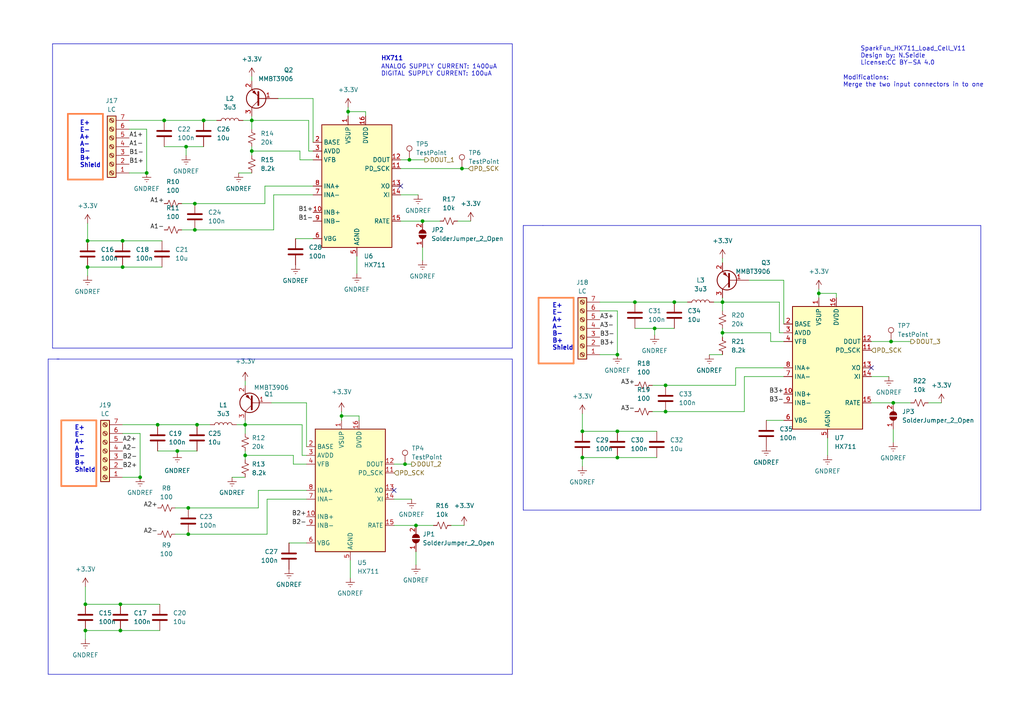
<source format=kicad_sch>
(kicad_sch (version 20230121) (generator eeschema)
  (paper "A4")
  (title_block (title "CAE32 pedals") (date "2024-01-13") (rev "1") (comment 1 "Desing by: janc18") (comment 2 "Version 2.1"))
  (lib_symbols
    (symbol "Analog_ADC:HX711"
      (property "Reference" "U" (at 5.08 21.59 0))
      (property "Value" "HX711" (at 7.62 19.05 0))
      (symbol "HX711_0_1"
        (rectangle (start -10.16 17.78) (end 10.16 -17.78) (stroke (width 0.254)) (fill (type background)))
      )
      (symbol "HX711_1_1"
        (pin power_in line (at -2.54 20.32 270) (length 2.54) (name "VSUP") (number "1"))
        (pin input line (at -12.7 -7.62 0) (length 2.54) (name "INB+") (number "10"))
        (pin input line (at 12.7 5.08 180) (length 2.54) (name "PD_SCK") (number "11"))
        (pin output line (at 12.7 7.62 180) (length 2.54) (name "DOUT") (number "12"))
        (pin passive line (at 12.7 0 180) (length 2.54) (name "XO") (number "13"))
        (pin passive line (at 12.7 -2.54 180) (length 2.54) (name "XI") (number "14"))
        (pin input line (at 12.7 -10.16 180) (length 2.54) (name "RATE") (number "15"))
        (pin power_in line (at 2.54 20.32 270) (length 2.54) (name "DVDD") (number "16"))
        (pin passive line (at -12.7 12.7 0) (length 2.54) (name "BASE") (number "2"))
        (pin power_in line (at -12.7 10.16 0) (length 2.54) (name "AVDD") (number "3"))
        (pin input line (at -12.7 7.62 0) (length 2.54) (name "VFB") (number "4"))
        (pin power_in line (at 0 -20.32 90) (length 2.54) (name "AGND") (number "5"))
        (pin passive line (at -12.7 -15.24 0) (length 2.54) (name "VBG") (number "6"))
        (pin input line (at -12.7 -2.54 0) (length 2.54) (name "INA-") (number "7"))
        (pin input line (at -12.7 0 0) (length 2.54) (name "INA+") (number "8"))
        (pin input line (at -12.7 -10.16 0) (length 2.54) (name "INB-") (number "9"))
      )
    )
    (symbol "Connector:Screw_Terminal_01x07" (pin_names (offset 1.016) hide)
      (property "Reference" "J" (at 0 10.16 0))
      (property "Value" "Screw_Terminal_01x07" (at 0 -10.16 0))
      (symbol "Screw_Terminal_01x07_1_1"
        (rectangle (start -1.27 8.89) (end 1.27 -8.89) (stroke (width 0.254)) (fill (type background)))
        (circle (center 0 -7.62) (radius 0.635) (stroke (width 0.1524)))
        (circle (center 0 -5.08) (radius 0.635) (stroke (width 0.1524)))
        (circle (center 0 -2.54) (radius 0.635) (stroke (width 0.1524)))
        (polyline (pts (xy -0.5334 -7.2898) (xy 0.3302 -8.128)) (stroke (width 0.1524)))
        (polyline (pts (xy -0.5334 -4.7498) (xy 0.3302 -5.588)) (stroke (width 0.1524)))
        (polyline (pts (xy -0.5334 -2.2098) (xy 0.3302 -3.048)) (stroke (width 0.1524)))
        (polyline (pts (xy -0.5334 0.3302) (xy 0.3302 -0.508)) (stroke (width 0.1524)))
        (polyline (pts (xy -0.5334 2.8702) (xy 0.3302 2.032)) (stroke (width 0.1524)))
        (polyline (pts (xy -0.5334 5.4102) (xy 0.3302 4.572)) (stroke (width 0.1524)))
        (polyline (pts (xy -0.5334 7.9502) (xy 0.3302 7.112)) (stroke (width 0.1524)))
        (polyline (pts (xy -0.3556 -7.112) (xy 0.508 -7.9502)) (stroke (width 0.1524)))
        (polyline (pts (xy -0.3556 -4.572) (xy 0.508 -5.4102)) (stroke (width 0.1524)))
        (polyline (pts (xy -0.3556 -2.032) (xy 0.508 -2.8702)) (stroke (width 0.1524)))
        (polyline (pts (xy -0.3556 0.508) (xy 0.508 -0.3302)) (stroke (width 0.1524)))
        (polyline (pts (xy -0.3556 3.048) (xy 0.508 2.2098)) (stroke (width 0.1524)))
        (polyline (pts (xy -0.3556 5.588) (xy 0.508 4.7498)) (stroke (width 0.1524)))
        (polyline (pts (xy -0.3556 8.128) (xy 0.508 7.2898)) (stroke (width 0.1524)))
        (circle (center 0 0) (radius 0.635) (stroke (width 0.1524)))
        (circle (center 0 2.54) (radius 0.635) (stroke (width 0.1524)))
        (circle (center 0 5.08) (radius 0.635) (stroke (width 0.1524)))
        (circle (center 0 7.62) (radius 0.635) (stroke (width 0.1524)))
        (pin passive line (at -5.08 7.62 0) (length 3.81) (name "Pin_1") (number "1"))
        (pin passive line (at -5.08 5.08 0) (length 3.81) (name "Pin_2") (number "2"))
        (pin passive line (at -5.08 2.54 0) (length 3.81) (name "Pin_3") (number "3"))
        (pin passive line (at -5.08 0 0) (length 3.81) (name "Pin_4") (number "4"))
        (pin passive line (at -5.08 -2.54 0) (length 3.81) (name "Pin_5") (number "5"))
        (pin passive line (at -5.08 -5.08 0) (length 3.81) (name "Pin_6") (number "6"))
        (pin passive line (at -5.08 -7.62 0) (length 3.81) (name "Pin_7") (number "7"))
      )
    )
    (symbol "Connector:TestPoint" (pin_numbers hide) (pin_names (offset 0.762) hide)
      (property "Reference" "TP" (at 0 6.858 0))
      (property "Value" "TestPoint" (at 0 5.08 0))
      (symbol "TestPoint_0_1"
        (circle (center 0 3.302) (radius 0.762))
      )
      (symbol "TestPoint_1_1"
        (pin passive line (at 0 0 90) (length 2.54) (name "1") (number "1"))
      )
    )
    (symbol "Device:C" (pin_numbers hide) (pin_names (offset 0.254))
      (property "Reference" "C" (at 0.635 2.54 0))
      (property "Value" "C" (at 0.635 -2.54 0))
      (symbol "C_0_1"
        (polyline (pts (xy -2.032 -0.762) (xy 2.032 -0.762)) (stroke (width 0.508)))
        (polyline (pts (xy -2.032 0.762) (xy 2.032 0.762)) (stroke (width 0.508)))
      )
      (symbol "C_1_1"
        (pin passive line (at 0 3.81 270) (length 2.794) (name "~") (number "1"))
        (pin passive line (at 0 -3.81 90) (length 2.794) (name "~") (number "2"))
      )
    )
    (symbol "Device:L" (pin_numbers hide) (pin_names (offset 1.016) hide)
      (property "Reference" "L" (at -1.27 0 90))
      (property "Value" "L" (at 1.905 0 90))
      (symbol "L_0_1"
        (arc (start 0 -2.54) (mid 0.6323 -1.905) (end 0 -1.27))
        (arc (start 0 -1.27) (mid 0.6323 -0.635) (end 0 0))
        (arc (start 0 0) (mid 0.6323 0.635) (end 0 1.27))
        (arc (start 0 1.27) (mid 0.6323 1.905) (end 0 2.54))
      )
      (symbol "L_1_1"
        (pin passive line (at 0 3.81 270) (length 1.27) (name "1") (number "1"))
        (pin passive line (at 0 -3.81 90) (length 1.27) (name "2") (number "2"))
      )
    )
    (symbol "Device:R_Small_US" (pin_numbers hide) (pin_names (offset 0.254) hide)
      (property "Reference" "R" (at 0.762 0.508 0))
      (property "Value" "R_Small_US" (at 0.762 -1.016 0))
      (symbol "R_Small_US_1_1"
        (polyline (pts (xy 0 0) (xy 1.016 -0.381) (xy 0 -0.762) (xy -1.016 -1.143) (xy 0 -1.524)))
        (polyline (pts (xy 0 1.524) (xy 1.016 1.143) (xy 0 0.762) (xy -1.016 0.381) (xy 0 0)))
        (pin passive line (at 0 2.54 270) (length 1.016) (name "~") (number "1"))
        (pin passive line (at 0 -2.54 90) (length 1.016) (name "~") (number "2"))
      )
    )
    (symbol "GNDREF_1" (power) (pin_names (offset 0))
      (property "Value" "GNDREF_1" (at 0 -3.81 0))
      (symbol "GNDREF_1_0_1"
        (polyline (pts (xy -0.635 -1.905) (xy 0.635 -1.905)))
        (polyline (pts (xy -0.127 -2.54) (xy 0.127 -2.54)))
        (polyline (pts (xy 0 -1.27) (xy 0 0)))
        (polyline (pts (xy 1.27 -1.27) (xy -1.27 -1.27)))
      )
      (symbol "GNDREF_1_1_1"
        (pin power_in line (at 0 0 270) (length 0) hide (name "GNDREF") (number "1"))
      )
    )
    (symbol "Jumper:SolderJumper_2_Open" (pin_names (offset 0) hide)
      (property "Reference" "JP" (at 0 2.032 0))
      (property "Value" "SolderJumper_2_Open" (at 0 -2.54 0))
      (symbol "SolderJumper_2_Open_0_1"
        (arc (start -0.254 1.016) (mid -1.2656 0) (end -0.254 -1.016))
        (arc (start -0.254 1.016) (mid -1.2656 0) (end -0.254 -1.016) (fill (type outline)))
        (polyline (pts (xy -0.254 1.016) (xy -0.254 -1.016)))
        (polyline (pts (xy 0.254 1.016) (xy 0.254 -1.016)))
        (arc (start 0.254 -1.016) (mid 1.2656 0) (end 0.254 1.016))
        (arc (start 0.254 -1.016) (mid 1.2656 0) (end 0.254 1.016) (fill (type outline)))
      )
      (symbol "SolderJumper_2_Open_1_1"
        (pin passive line (at -3.81 0 0) (length 2.54) (name "A") (number "1"))
        (pin passive line (at 3.81 0 180) (length 2.54) (name "B") (number "2"))
      )
    )
    (symbol "Transistor_BJT:MMBT3906" (pin_names (offset 0) hide)
      (property "Reference" "Q" (at 5.08 1.905 0))
      (property "Value" "MMBT3906" (at 5.08 0 0))
      (symbol "MMBT3906_0_1"
        (polyline (pts (xy 0.635 0.635) (xy 2.54 2.54)))
        (polyline (pts (xy 0.635 -0.635) (xy 2.54 -2.54) (xy 2.54 -2.54)))
        (polyline (pts (xy 0.635 1.905) (xy 0.635 -1.905) (xy 0.635 -1.905)) (stroke (width 0.508)))
        (polyline (pts (xy 2.286 -1.778) (xy 1.778 -2.286) (xy 1.27 -1.27) (xy 2.286 -1.778) (xy 2.286 -1.778)) (fill (type outline)))
        (circle (center 1.27 0) (radius 2.8194) (stroke (width 0.254)))
      )
      (symbol "MMBT3906_1_1"
        (pin input line (at -5.08 0 0) (length 5.715) (name "B") (number "1"))
        (pin passive line (at 2.54 -5.08 90) (length 2.54) (name "E") (number "2"))
        (pin passive line (at 2.54 5.08 270) (length 2.54) (name "C") (number "3"))
      )
    )
    (symbol "power:+3.3V" (power) (pin_names (offset 0))
      (property "Value" "+3.3V" (at 0 3.556 0))
      (symbol "+3.3V_0_1"
        (polyline (pts (xy -0.762 1.27) (xy 0 2.54)))
        (polyline (pts (xy 0 0) (xy 0 2.54)))
        (polyline (pts (xy 0 2.54) (xy 0.762 1.27)))
      )
      (symbol "+3.3V_1_1"
        (pin power_in line (at 0 0 90) (length 0) hide (name "+3.3V") (number "1"))
      )
    )
  )
  (junction (at 100.965 32.385))
  (junction (at 40.64 138.43))
  (junction (at 120.65 152.4))
  (junction (at 122.555 64.135))
  (junction (at 193.04 111.76))
  (junction (at 179.07 102.87))
  (junction (at 71.12 123.19))
  (junction (at 118.745 46.355))
  (junction (at 195.58 87.63))
  (junction (at 168.91 125.095))
  (junction (at 35.56 69.85))
  (junction (at 73.025 43.815))
  (junction (at 189.865 95.25))
  (junction (at 24.765 175.26))
  (junction (at 99.06 120.65))
  (junction (at 54.61 147.32))
  (junction (at 35.56 77.47))
  (junction (at 54.61 154.94))
  (junction (at 25.4 69.85))
  (junction (at 179.07 132.715))
  (junction (at 179.07 125.095))
  (junction (at 25.4 77.47))
  (junction (at 209.55 87.63))
  (junction (at 34.925 182.88))
  (junction (at 24.765 182.88))
  (junction (at 53.975 42.545))
  (junction (at 193.04 119.38))
  (junction (at 57.15 123.19))
  (junction (at 34.925 175.26))
  (junction (at 73.025 34.925))
  (junction (at 133.985 48.895))
  (junction (at 258.445 99.06))
  (junction (at 45.72 123.19))
  (junction (at 259.08 116.84))
  (junction (at 184.15 87.63))
  (junction (at 237.49 85.09))
  (junction (at 209.55 96.52))
  (junction (at 71.12 132.08))
  (junction (at 117.475 134.62))
  (junction (at 51.435 130.81))
  (junction (at 59.055 34.925))
  (junction (at 168.91 132.715))
  (junction (at 56.515 59.055))
  (junction (at 42.545 50.165))
  (junction (at 56.515 66.675))
  (junction (at 47.625 34.925))
  (no_connect (at 252.73 106.68))
  (no_connect (at 114.3 142.24))
  (no_connect (at 116.205 53.975))
  (wire (pts (xy 76.835 59.055) (xy 56.515 59.055)))
  (wire (pts (xy 103.505 74.295) (xy 103.505 79.375)))
  (wire (pts (xy 114.3 144.78) (xy 119.38 144.78)))
  (wire (pts (xy 90.805 56.515) (xy 79.375 56.515)))
  (wire (pts (xy 25.4 69.85) (xy 35.56 69.85)))
  (polyline (pts (xy 17.78 121.92) (xy 17.78 140.97)) (stroke (width 0.5) (type solid) (color 255 132 74 1)))
  (wire (pts (xy 179.07 90.17) (xy 179.07 102.87)))
  (wire (pts (xy 85.09 132.08) (xy 71.12 132.08)))
  (polyline (pts (xy 284.48 147.955) (xy 151.765 147.955)))
  (wire (pts (xy 242.57 85.09) (xy 237.49 85.09)))
  (wire (pts (xy 89.535 43.815) (xy 90.805 43.815)))
  (wire (pts (xy 59.055 34.925) (xy 62.865 34.925)))
  (wire (pts (xy 122.555 71.755) (xy 122.555 75.565)))
  (wire (pts (xy 209.55 86.36) (xy 209.55 87.63)))
  (wire (pts (xy 47.625 42.545) (xy 53.975 42.545)))
  (wire (pts (xy 120.65 160.02) (xy 120.65 163.83)))
  (wire (pts (xy 173.99 87.63) (xy 184.15 87.63)))
  (wire (pts (xy 35.56 69.85) (xy 46.99 69.85)))
  (wire (pts (xy 37.465 37.465) (xy 42.545 37.465)))
  (wire (pts (xy 24.765 175.26) (xy 34.925 175.26)))
  (polyline (pts (xy 15.24 12.7) (xy 15.24 100.965)))
  (polyline (pts (xy 13.97 195.58) (xy 13.97 104.14)))
  (wire (pts (xy 79.375 56.515) (xy 79.375 66.675)))
  (wire (pts (xy 79.375 66.675) (xy 56.515 66.675)))
  (wire (pts (xy 184.15 95.25) (xy 189.865 95.25)))
  (polyline (pts (xy 148.59 195.58) (xy 13.97 195.58)))
  (wire (pts (xy 47.625 34.925) (xy 59.055 34.925)))
  (wire (pts (xy 88.9 116.84) (xy 88.9 129.54)))
  (wire (pts (xy 90.805 53.975) (xy 76.835 53.975)))
  (wire (pts (xy 40.64 125.73) (xy 40.64 138.43)))
  (wire (pts (xy 101.6 162.56) (xy 101.6 167.64)))
  (wire (pts (xy 209.55 87.63) (xy 226.06 87.63)))
  (wire (pts (xy 86.995 43.815) (xy 73.025 43.815)))
  (wire (pts (xy 223.52 96.52) (xy 209.55 96.52)))
  (wire (pts (xy 71.12 132.08) (xy 71.12 133.35)))
  (wire (pts (xy 189.865 95.25) (xy 195.58 95.25)))
  (wire (pts (xy 100.965 32.385) (xy 100.965 33.655)))
  (wire (pts (xy 130.81 152.4) (xy 134.62 152.4)))
  (wire (pts (xy 227.33 81.28) (xy 227.33 93.98)))
  (wire (pts (xy 120.65 152.4) (xy 125.73 152.4)))
  (wire (pts (xy 25.4 77.47) (xy 25.4 80.01)))
  (wire (pts (xy 71.12 110.49) (xy 71.12 111.76)))
  (wire (pts (xy 173.99 102.87) (xy 179.07 102.87)))
  (wire (pts (xy 74.93 147.32) (xy 54.61 147.32)))
  (wire (pts (xy 242.57 86.36) (xy 242.57 85.09)))
  (wire (pts (xy 207.01 87.63) (xy 209.55 87.63)))
  (wire (pts (xy 70.485 34.925) (xy 73.025 34.925)))
  (polyline (pts (xy 16.51 104.14) (xy 148.59 104.14)))
  (wire (pts (xy 122.555 64.135) (xy 127.635 64.135)))
  (wire (pts (xy 73.025 43.815) (xy 73.025 45.085)))
  (wire (pts (xy 106.045 33.655) (xy 106.045 32.385)))
  (wire (pts (xy 209.55 87.63) (xy 209.55 90.17)))
  (wire (pts (xy 73.025 42.545) (xy 73.025 43.815)))
  (wire (pts (xy 24.765 182.88) (xy 34.925 182.88)))
  (wire (pts (xy 69.215 50.165) (xy 73.025 50.165)))
  (wire (pts (xy 73.025 22.225) (xy 73.025 23.495)))
  (wire (pts (xy 53.975 42.545) (xy 53.975 45.085)))
  (wire (pts (xy 57.15 123.19) (xy 60.96 123.19)))
  (wire (pts (xy 73.025 34.925) (xy 73.025 37.465)))
  (wire (pts (xy 35.56 77.47) (xy 46.99 77.47)))
  (wire (pts (xy 189.23 119.38) (xy 193.04 119.38)))
  (wire (pts (xy 205.74 102.87) (xy 209.55 102.87)))
  (wire (pts (xy 264.16 99.06) (xy 258.445 99.06)))
  (wire (pts (xy 227.33 99.06) (xy 223.52 99.06)))
  (wire (pts (xy 88.9 142.24) (xy 74.93 142.24)))
  (wire (pts (xy 34.925 175.26) (xy 46.355 175.26)))
  (polyline (pts (xy 29.845 33.02) (xy 19.685 33.02)) (stroke (width 0.5) (type solid) (color 255 132 74 1)))
  (wire (pts (xy 179.07 132.715) (xy 190.5 132.715)))
  (wire (pts (xy 50.8 147.32) (xy 54.61 147.32)))
  (wire (pts (xy 222.25 121.92) (xy 227.33 121.92)))
  (polyline (pts (xy 15.24 12.7) (xy 148.59 12.7)))
  (polyline (pts (xy 151.765 65.405) (xy 157.48 65.405)))
  (wire (pts (xy 88.9 134.62) (xy 85.09 134.62)))
  (wire (pts (xy 132.715 64.135) (xy 136.525 64.135)))
  (wire (pts (xy 116.205 56.515) (xy 121.285 56.515)))
  (wire (pts (xy 209.55 96.52) (xy 209.55 97.79)))
  (polyline (pts (xy 166.37 105.41) (xy 166.37 86.36)) (stroke (width 0.5) (type solid) (color 255 132 74 1)))
  (wire (pts (xy 259.08 116.84) (xy 264.16 116.84)))
  (wire (pts (xy 123.19 46.355) (xy 118.745 46.355)))
  (polyline (pts (xy 19.685 52.07) (xy 29.845 52.07)) (stroke (width 0.5) (type solid) (color 255 132 74 1)))
  (wire (pts (xy 189.865 95.25) (xy 189.865 97.155)))
  (wire (pts (xy 116.205 48.895) (xy 133.985 48.895)))
  (wire (pts (xy 87.63 132.08) (xy 88.9 132.08)))
  (polyline (pts (xy 148.59 104.14) (xy 148.59 195.58)))
  (wire (pts (xy 86.995 46.355) (xy 86.995 43.815)))
  (wire (pts (xy 73.025 33.655) (xy 73.025 34.925)))
  (wire (pts (xy 258.445 99.06) (xy 252.73 99.06)))
  (wire (pts (xy 53.975 42.545) (xy 59.055 42.545)))
  (wire (pts (xy 173.99 90.17) (xy 179.07 90.17)))
  (wire (pts (xy 240.03 127) (xy 240.03 132.08)))
  (wire (pts (xy 227.33 106.68) (xy 213.36 106.68)))
  (wire (pts (xy 83.82 157.48) (xy 88.9 157.48)))
  (wire (pts (xy 35.56 125.73) (xy 40.64 125.73)))
  (wire (pts (xy 34.925 182.88) (xy 46.355 182.88)))
  (wire (pts (xy 215.9 109.22) (xy 215.9 119.38)))
  (wire (pts (xy 168.91 125.095) (xy 179.07 125.095)))
  (wire (pts (xy 269.24 116.84) (xy 273.05 116.84)))
  (wire (pts (xy 88.9 144.78) (xy 77.47 144.78)))
  (wire (pts (xy 68.58 123.19) (xy 71.12 123.19)))
  (polyline (pts (xy 156.21 86.36) (xy 156.21 105.41)) (stroke (width 0.5) (type solid) (color 255 132 74 1)))
  (wire (pts (xy 213.36 106.68) (xy 213.36 111.76)))
  (wire (pts (xy 227.33 109.22) (xy 215.9 109.22)))
  (wire (pts (xy 51.435 130.81) (xy 57.15 130.81)))
  (wire (pts (xy 168.91 132.715) (xy 179.07 132.715)))
  (wire (pts (xy 179.07 125.095) (xy 190.5 125.095)))
  (wire (pts (xy 73.025 34.925) (xy 89.535 34.925)))
  (wire (pts (xy 37.465 50.165) (xy 42.545 50.165)))
  (wire (pts (xy 71.12 123.19) (xy 87.63 123.19)))
  (wire (pts (xy 71.12 121.92) (xy 71.12 123.19)))
  (wire (pts (xy 215.9 119.38) (xy 193.04 119.38)))
  (wire (pts (xy 252.73 116.84) (xy 259.08 116.84)))
  (wire (pts (xy 99.06 119.38) (xy 99.06 120.65)))
  (wire (pts (xy 35.56 123.19) (xy 45.72 123.19)))
  (wire (pts (xy 71.12 123.19) (xy 71.12 125.73)))
  (wire (pts (xy 209.55 95.25) (xy 209.55 96.52)))
  (polyline (pts (xy 13.97 104.14) (xy 17.145 104.14)))
  (wire (pts (xy 78.74 116.84) (xy 88.9 116.84)))
  (wire (pts (xy 80.645 28.575) (xy 90.805 28.575)))
  (wire (pts (xy 85.09 134.62) (xy 85.09 132.08)))
  (wire (pts (xy 237.49 85.09) (xy 237.49 86.36)))
  (polyline (pts (xy 17.78 140.97) (xy 27.94 140.97)) (stroke (width 0.5) (type solid) (color 255 132 74 1)))
  (wire (pts (xy 209.55 74.93) (xy 209.55 76.2)))
  (wire (pts (xy 118.745 46.355) (xy 116.205 46.355)))
  (wire (pts (xy 90.805 28.575) (xy 90.805 41.275)))
  (wire (pts (xy 24.765 182.88) (xy 24.765 185.42)))
  (wire (pts (xy 213.36 111.76) (xy 193.04 111.76)))
  (wire (pts (xy 89.535 34.925) (xy 89.535 43.815)))
  (polyline (pts (xy 156.21 105.41) (xy 166.37 105.41)) (stroke (width 0.5) (type solid) (color 255 132 74 1)))
  (wire (pts (xy 168.91 120.015) (xy 168.91 125.095)))
  (wire (pts (xy 45.72 130.81) (xy 51.435 130.81)))
  (polyline (pts (xy 151.765 147.955) (xy 151.765 65.405)))
  (wire (pts (xy 104.14 121.92) (xy 104.14 120.65)))
  (wire (pts (xy 87.63 123.19) (xy 87.63 132.08)))
  (wire (pts (xy 52.705 66.675) (xy 56.515 66.675)))
  (wire (pts (xy 117.475 134.62) (xy 119.38 134.62)))
  (wire (pts (xy 133.985 48.895) (xy 135.89 48.895)))
  (wire (pts (xy 71.12 130.81) (xy 71.12 132.08)))
  (wire (pts (xy 35.56 138.43) (xy 40.64 138.43)))
  (wire (pts (xy 24.765 170.18) (xy 24.765 175.26)))
  (polyline (pts (xy 19.685 33.02) (xy 19.685 52.07)) (stroke (width 0.5) (type solid) (color 255 132 74 1)))
  (wire (pts (xy 100.965 31.115) (xy 100.965 32.385)))
  (wire (pts (xy 85.725 69.215) (xy 90.805 69.215)))
  (wire (pts (xy 45.72 123.19) (xy 57.15 123.19)))
  (wire (pts (xy 74.93 142.24) (xy 74.93 147.32)))
  (wire (pts (xy 168.91 132.715) (xy 168.91 135.255)))
  (polyline (pts (xy 166.37 86.36) (xy 156.21 86.36)) (stroke (width 0.5) (type solid) (color 255 132 74 1)))
  (wire (pts (xy 76.835 53.975) (xy 76.835 59.055)))
  (polyline (pts (xy 284.48 65.405) (xy 284.48 147.955)))
  (wire (pts (xy 116.205 64.135) (xy 122.555 64.135)))
  (polyline (pts (xy 148.59 100.965) (xy 148.59 12.7)))
  (wire (pts (xy 25.4 77.47) (xy 35.56 77.47)))
  (wire (pts (xy 114.3 152.4) (xy 120.65 152.4)))
  (polyline (pts (xy 15.24 100.965) (xy 148.59 100.965)))
  (polyline (pts (xy 29.845 52.07) (xy 29.845 33.02)) (stroke (width 0.5) (type solid) (color 255 132 74 1)))
  (wire (pts (xy 114.3 134.62) (xy 117.475 134.62)))
  (wire (pts (xy 51.435 130.81) (xy 51.435 131.445)))
  (wire (pts (xy 237.49 83.82) (xy 237.49 85.09)))
  (polyline (pts (xy 157.48 65.405) (xy 284.48 65.405)))
  (wire (pts (xy 25.4 64.77) (xy 25.4 69.85)))
  (wire (pts (xy 106.045 32.385) (xy 100.965 32.385)))
  (wire (pts (xy 77.47 154.94) (xy 54.61 154.94)))
  (wire (pts (xy 223.52 99.06) (xy 223.52 96.52)))
  (wire (pts (xy 67.31 138.43) (xy 71.12 138.43)))
  (wire (pts (xy 104.14 120.65) (xy 99.06 120.65)))
  (wire (pts (xy 217.17 81.28) (xy 227.33 81.28)))
  (polyline (pts (xy 27.94 140.97) (xy 27.94 121.92)) (stroke (width 0.5) (type solid) (color 255 132 74 1)))
  (wire (pts (xy 195.58 87.63) (xy 199.39 87.63)))
  (wire (pts (xy 42.545 37.465) (xy 42.545 50.165)))
  (wire (pts (xy 184.15 87.63) (xy 195.58 87.63)))
  (wire (pts (xy 99.06 120.65) (xy 99.06 121.92)))
  (wire (pts (xy 37.465 34.925) (xy 47.625 34.925)))
  (wire (pts (xy 189.23 111.76) (xy 193.04 111.76)))
  (wire (pts (xy 226.06 87.63) (xy 226.06 96.52)))
  (wire (pts (xy 50.8 154.94) (xy 54.61 154.94)))
  (wire (pts (xy 52.705 59.055) (xy 56.515 59.055)))
  (wire (pts (xy 252.73 109.22) (xy 257.81 109.22)))
  (wire (pts (xy 259.08 124.46) (xy 259.08 128.27)))
  (wire (pts (xy 77.47 144.78) (xy 77.47 154.94)))
  (wire (pts (xy 90.805 46.355) (xy 86.995 46.355)))
  (polyline (pts (xy 27.94 121.92) (xy 17.78 121.92)) (stroke (width 0.5) (type solid) (color 255 132 74 1)))
  (wire (pts (xy 226.06 96.52) (xy 227.33 96.52)))
  (text "HX711" (at 110.49 17.78 0) (effects (font (size 1.27 1.27) (thickness 0.254) bold) (justify left bottom)))
  (text "SparkFun_HX711_Load_Cell_V11\nDesign by: N.Seidle\nLicense:CC BY-SA 4.0" (at 249.555 19.05 0) (effects (font (size 1.27 1.27)) (justify left bottom)))
  (text "E+\nE-\nA+\nA-\nB-\nB+\nShield" (at 23.114 48.768 0) (effects (font (size 1.27 1.27) (thickness 0.254) bold) (justify left bottom)))
  (text "E+\nE-\nA+\nA-\nB-\nB+\nShield" (at 21.59 137.16 0) (effects (font (size 1.27 1.27) (thickness 0.254) bold) (justify left bottom)))
  (text "E+\nE-\nA+\nA-\nB-\nB+\nShield" (at 160.147 101.727 0) (effects (font (size 1.27 1.27) (thickness 0.254) bold) (justify left bottom)))
  (text "ANALOG SUPPLY CURRENT: 1400uA\nDIGITAL SUPPLY CURRENT: 100uA" (at 110.49 22.225 0) (effects (font (size 1.27 1.27)) (justify left bottom)))
  (text "Modifications:\nMerge the two input connectors in to one" (at 244.475 25.4 0) (effects (font (size 1.27 1.27)) (justify left bottom)))
  (label "B2+" (at 35.56 135.89 0))
  (label "A1+" (at 37.465 40.005 0))
  (label "B2+" (at 88.9 149.86 180))
  (label "B3-" (at 227.33 116.84 180))
  (label "A2-" (at 45.72 154.94 180))
  (label "B2-" (at 88.9 152.4 180))
  (label "A3-" (at 173.99 95.25 0))
  (label "B1-" (at 37.465 45.085 0))
  (label "B3+" (at 227.33 114.3 180))
  (label "A2+" (at 35.56 128.27 0))
  (label "A1-" (at 37.465 42.545 0))
  (label "B2-" (at 35.56 133.35 0))
  (label "B3+" (at 173.99 100.33 0))
  (label "A1-" (at 47.625 66.675 180))
  (label "B3-" (at 173.99 97.79 0))
  (label "B1-" (at 90.805 64.135 180))
  (label "A2-" (at 35.56 130.81 0))
  (label "B1+" (at 37.465 47.625 0))
  (label "B1+" (at 90.805 61.595 180))
  (label "A3+" (at 184.15 111.76 180))
  (label "A1+" (at 47.625 59.055 180))
  (label "A3-" (at 184.15 119.38 180))
  (label "A2+" (at 45.72 147.32 180))
  (label "A3+" (at 173.99 92.71 0))
  (hierarchical_label "PD_SCK" (shape input) (at 114.3 137.16 0))
  (hierarchical_label "PD_SCK" (shape input) (at 135.89 48.895 0))
  (hierarchical_label "DOUT_3" (shape output) (at 264.16 99.06 0))
  (hierarchical_label "DOUT_1" (shape output) (at 123.19 46.355 0))
  (hierarchical_label "PD_SCK" (shape input) (at 252.73 101.6 0))
  (hierarchical_label "DOUT_2" (shape output) (at 119.38 134.62 0))
  (symbol (lib_id "Transistor_BJT:MMBT3906") (at 75.565 28.575 180) (unit 1)
    (property "Reference" "Q2" (at 85.09 20.32 0) (effects (justify left)))
    (property "Value" "MMBT3906" (at 85.09 22.86 0) (effects (justify left)))
    (property "Footprint" "Package_TO_SOT_SMD:SOT-23" (effects hide))
    (property "Datasheet" "https://www.onsemi.com/pub/Collateral/2N3906-D.PDF" (effects hide))
    (property "Qty" "3" (effects hide))
    (property "Vendor" "C2891809" (effects hide))
  )
  (symbol (lib_name "GNDREF_1") (lib_id "power:GNDREF") (at 83.82 165.1 0) (unit 1)
    (property "Reference" "#PWR077" (effects hide))
    (property "Value" "GNDREF" (at 83.82 169.545 0))
  )
  (symbol (lib_id "power:+3.3V") (at 24.765 170.18 0) (unit 1)
    (property "Reference" "#PWR065" (effects hide))
    (property "Value" "+3.3V" (at 24.765 165.1 0))
  )
  (symbol (lib_id "Device:R_Small_US") (at 209.55 92.71 0) (unit 1)
    (property "Reference" "R20" (at 212.09 91.4399 0) (effects (justify left)))
    (property "Value" "20k" (at 212.09 93.9799 0) (effects (justify left)))
    (property "Footprint" "Resistor_SMD:R_0603_1608Metric" (effects hide))
    (property "LCSC_PART" "C4184" (effects hide))
    (property "Item" "C4184" (effects hide))
    (property "Qty" "3" (effects hide))
    (property "Vendor" "C4184" (effects hide))
  )
  (symbol (lib_id "Device:C") (at 222.25 125.73 0) (unit 1)
    (property "Reference" "C35" (at 226.06 124.4599 0) (effects (justify left)))
    (property "Value" "100n" (at 226.06 126.9999 0) (effects (justify left)))
    (property "Footprint" "Capacitor_SMD:C_0603_1608Metric" (effects hide))
    (property "LCSC_PART" "c1591" (effects hide))
    (property "Item" "c1591" (effects hide))
    (property "Qty" "22" (effects hide))
    (property "Vendor" "c1591" (effects hide))
  )
  (symbol (lib_id "power:+3.3V") (at 99.06 119.38 0) (unit 1)
    (property "Reference" "#PWR079" (effects hide))
    (property "Value" "+3.3V" (at 99.06 113.665 0))
  )
  (symbol (lib_id "Device:R_Small_US") (at 130.175 64.135 90) (unit 1)
    (property "Reference" "R17" (at 130.175 57.785 90))
    (property "Value" "10k" (at 130.175 60.325 90))
    (property "Footprint" "Resistor_SMD:R_0603_1608Metric" (effects hide))
    (property "LCSC_PART" "C25804" (effects hide))
    (property "Item" "C25804" (effects hide))
    (property "Qty" "3" (effects hide))
    (property "Vendor" "C25804" (effects hide))
  )
  (symbol (lib_id "Device:R_Small_US") (at 186.69 119.38 270) (unit 1)
    (property "Reference" "R19" (at 186.69 113.03 90))
    (property "Value" "100" (at 186.69 115.57 90))
    (property "Footprint" "Resistor_SMD:R_0603_1608Metric" (effects hide))
    (property "LCSC_PART" "C25201" (effects hide))
    (property "Item" "C25201" (effects hide))
    (property "Qty" "14" (effects hide))
    (property "Vendor" "C25201" (effects hide))
  )
  (symbol (lib_id "Device:R_Small_US") (at 71.12 135.89 0) (unit 1)
    (property "Reference" "R13" (at 73.025 134.6199 0) (effects (justify left)))
    (property "Value" "8.2k" (at 73.025 137.1599 0) (effects (justify left)))
    (property "Footprint" "Resistor_SMD:R_0603_1608Metric" (effects hide))
    (property "LCSC_PART" "C114637" (effects hide))
    (property "Item" "C114637" (effects hide))
    (property "Qty" "3" (effects hide))
    (property "Vendor" "C114637" (effects hide))
  )
  (symbol (lib_id "power:+3.3V") (at 100.965 31.115 0) (unit 1)
    (property "Reference" "#PWR080" (effects hide))
    (property "Value" "+3.3V" (at 100.965 26.035 0))
  )
  (symbol (lib_id "Device:R_Small_US") (at 73.025 40.005 0) (unit 1)
    (property "Reference" "R14" (at 75.565 38.7349 0) (effects (justify left)))
    (property "Value" "20k" (at 75.565 41.2749 0) (effects (justify left)))
    (property "Footprint" "Resistor_SMD:R_0603_1608Metric" (effects hide))
    (property "LCSC_PART" "C4184" (effects hide))
    (property "Item" "C4184" (effects hide))
    (property "Qty" "3" (effects hide))
    (property "Vendor" "C4184" (effects hide))
  )
  (symbol (lib_name "GNDREF_1") (lib_id "power:GNDREF") (at 257.81 109.22 0) (unit 1)
    (property "Reference" "#PWR098" (effects hide))
    (property "Value" "GNDREF" (at 257.81 113.792 0))
  )
  (symbol (lib_id "Device:C") (at 193.04 115.57 0) (unit 1)
    (property "Reference" "C33" (at 196.85 114.2999 0) (effects (justify left)))
    (property "Value" "100n" (at 196.85 116.8399 0) (effects (justify left)))
    (property "Footprint" "Capacitor_SMD:C_0603_1608Metric" (effects hide))
    (property "LCSC_PART" "c1591" (effects hide))
    (property "Item" "c1591" (effects hide))
    (property "Qty" "22" (effects hide))
    (property "Vendor" "c1591" (effects hide))
  )
  (symbol (lib_name "GNDREF_1") (lib_id "power:GNDREF") (at 42.545 50.165 0) (unit 1)
    (property "Reference" "#PWR070" (effects hide))
    (property "Value" "GNDREF" (at 42.545 54.737 0))
  )
  (symbol (lib_id "Device:R_Small_US") (at 73.025 47.625 0) (unit 1)
    (property "Reference" "R15" (at 75.565 46.3549 0) (effects (justify left)))
    (property "Value" "8.2k" (at 75.565 48.8949 0) (effects (justify left)))
    (property "Footprint" "Resistor_SMD:R_0603_1608Metric" (effects hide))
    (property "LCSC_PART" "C114637" (effects hide))
    (property "Item" "C114637" (effects hide))
    (property "Qty" "3" (effects hide))
    (property "Vendor" "C114637" (effects hide))
  )
  (symbol (lib_id "Device:R_Small_US") (at 209.55 100.33 0) (unit 1)
    (property "Reference" "R21" (at 212.09 99.0599 0) (effects (justify left)))
    (property "Value" "8.2k" (at 212.09 101.5999 0) (effects (justify left)))
    (property "Footprint" "Resistor_SMD:R_0603_1608Metric" (effects hide))
    (property "LCSC_PART" "C114637" (effects hide))
    (property "Item" "C114637" (effects hide))
    (property "Qty" "3" (effects hide))
    (property "Vendor" "C114637" (effects hide))
  )
  (symbol (lib_id "Device:C") (at 24.765 179.07 0) (unit 1)
    (property "Reference" "C15" (at 28.575 177.7999 0) (effects (justify left)))
    (property "Value" "100n" (at 28.575 180.3399 0) (effects (justify left)))
    (property "Footprint" "Capacitor_SMD:C_0603_1608Metric" (effects hide))
    (property "LCSC_PART" "c1591" (effects hide))
    (property "Item" "c1591" (effects hide))
    (property "Qty" "22" (effects hide))
    (property "Vendor" "c1591" (effects hide))
  )
  (symbol (lib_id "power:+3.3V") (at 237.49 83.82 0) (unit 1)
    (property "Reference" "#PWR096" (effects hide))
    (property "Value" "+3.3V" (at 237.49 78.74 0))
  )
  (symbol (lib_name "GNDREF_1") (lib_id "power:GNDREF") (at 85.725 76.835 0) (unit 1)
    (property "Reference" "#PWR078" (effects hide))
    (property "Value" "GNDREF" (at 85.725 81.407 0))
  )
  (symbol (lib_id "power:+3.3V") (at 73.025 22.225 0) (unit 1)
    (property "Reference" "#PWR076" (effects hide))
    (property "Value" "+3.3V" (at 73.025 17.145 0))
  )
  (symbol (lib_name "GNDREF_1") (lib_id "power:GNDREF") (at 259.08 128.27 0) (unit 1)
    (property "Reference" "#PWR099" (effects hide))
    (property "Value" "GNDREF" (at 259.08 132.842 0))
  )
  (symbol (lib_name "GNDREF_1") (lib_id "power:GNDREF") (at 120.65 163.83 0) (unit 1)
    (property "Reference" "#PWR084" (effects hide))
    (property "Value" "GNDREF" (at 120.65 168.275 0))
  )
  (symbol (lib_name "GNDREF_1") (lib_id "power:GNDREF") (at 25.4 80.01 0) (unit 1)
    (property "Reference" "#PWR068" (effects hide))
    (property "Value" "GNDREF" (at 25.4 84.582 0))
  )
  (symbol (lib_id "Device:C") (at 56.515 62.865 0) (unit 1)
    (property "Reference" "C24" (at 60.325 61.5949 0) (effects (justify left)))
    (property "Value" "100n" (at 60.325 64.1349 0) (effects (justify left)))
    (property "Footprint" "Capacitor_SMD:C_0603_1608Metric" (effects hide))
    (property "LCSC_PART" "c1591" (effects hide))
    (property "Item" "c1591" (effects hide))
    (property "Qty" "22" (effects hide))
    (property "Vendor" "c1591" (effects hide))
  )
  (symbol (lib_name "GNDREF_1") (lib_id "power:GNDREF") (at 53.975 45.085 0) (unit 1)
    (property "Reference" "#PWR072" (effects hide))
    (property "Value" "GNDREF" (at 53.975 49.657 0))
  )
  (symbol (lib_id "Connector:TestPoint") (at 258.445 99.06 0) (unit 1)
    (property "Reference" "TP7" (at 260.35 94.4879 0) (effects (justify left)))
    (property "Value" "TestPoint" (at 260.35 97.0279 0) (effects (justify left)))
    (property "Footprint" "TestPoint:TestPoint_Pad_D1.0mm" (effects hide))
    (property "Qty" "4" (effects hide))
  )
  (symbol (lib_id "Device:R_Small_US") (at 266.7 116.84 90) (unit 1)
    (property "Reference" "R22" (at 266.7 110.49 90))
    (property "Value" "10k" (at 266.7 113.03 90))
    (property "Footprint" "Resistor_SMD:R_0603_1608Metric" (effects hide))
    (property "LCSC_PART" "C25804" (effects hide))
    (property "Item" "C25804" (effects hide))
    (property "Qty" "3" (effects hide))
    (property "Vendor" "C25804" (effects hide))
  )
  (symbol (lib_id "Device:L") (at 203.2 87.63 90) (unit 1)
    (property "Reference" "L3" (at 203.2 81.28 90))
    (property "Value" "3u3" (at 203.2 83.82 90))
    (property "Footprint" "Inductor_SMD:L_0402_1005Metric" (effects hide))
    (property "LCSC_PART" "C84474" (effects hide))
    (property "Item" "C84474" (effects hide))
    (property "Qty" "3" (effects hide))
    (property "Vendor" "C84474" (effects hide))
  )
  (symbol (lib_name "GNDREF_1") (lib_id "power:GNDREF") (at 67.31 138.43 0) (unit 1)
    (property "Reference" "#PWR073" (effects hide))
    (property "Value" "GNDREF" (at 67.31 142.875 0))
  )
  (symbol (lib_name "GNDREF_1") (lib_id "power:GNDREF") (at 168.91 135.255 0) (unit 1)
    (property "Reference" "#PWR090" (effects hide))
    (property "Value" "GNDREF" (at 168.91 139.827 0))
  )
  (symbol (lib_id "Connector:Screw_Terminal_01x07") (at 168.91 95.25 180) (unit 1)
    (property "Reference" "J18" (at 168.91 81.915 0))
    (property "Value" "LC" (at 168.91 84.455 0))
    (property "Footprint" "TerminalBlock_TE-Connectivity:TerminalBlock_TE_282834-7_1x07_P2.54mm_Horizontal" (effects hide))
    (property "Item" "C915916" (effects hide))
    (property "LCSC_PART" "C915916" (effects hide))
    (property "Vendor" "C915916" (effects hide))
  )
  (symbol (lib_name "GNDREF_1") (lib_id "power:GNDREF") (at 179.07 102.87 0) (unit 1)
    (property "Reference" "#PWR091" (effects hide))
    (property "Value" "GNDREF" (at 179.07 107.442 0))
  )
  (symbol (lib_id "Device:C") (at 46.355 179.07 0) (unit 1)
    (property "Reference" "C20" (at 50.165 177.7999 0) (effects (justify left)))
    (property "Value" "10u" (at 50.165 180.3399 0) (effects (justify left)))
    (property "Footprint" "Capacitor_SMD:C_0603_1608Metric" (effects hide))
    (property "LCSC_PART" "C1691" (effects hide))
    (property "Item" "C1691" (effects hide))
    (property "Qty" "6" (effects hide))
    (property "Vendor" "C1691" (effects hide))
  )
  (symbol (lib_id "Device:C") (at 45.72 127 0) (unit 1)
    (property "Reference" "C19" (at 48.895 125.7299 0) (effects (justify left)))
    (property "Value" "100n" (at 48.895 128.2699 0) (effects (justify left)))
    (property "Footprint" "Capacitor_SMD:C_0603_1608Metric" (effects hide))
    (property "LCSC_PART" "c1591" (effects hide))
    (property "Item" "c1591" (effects hide))
    (property "Qty" "22" (effects hide))
    (property "Vendor" "c1591" (effects hide))
  )
  (symbol (lib_id "Connector:Screw_Terminal_01x07") (at 30.48 130.81 180) (unit 1)
    (property "Reference" "J19" (at 30.48 117.475 0))
    (property "Value" "LC" (at 30.48 120.015 0))
    (property "Footprint" "TerminalBlock_TE-Connectivity:TerminalBlock_TE_282834-7_1x07_P2.54mm_Horizontal" (effects hide))
    (property "Item" "C915916" (effects hide))
    (property "LCSC_PART" "C915916" (effects hide))
    (property "Vendor" "C915916" (effects hide))
  )
  (symbol (lib_id "Device:C") (at 57.15 127 0) (unit 1)
    (property "Reference" "C25" (at 60.325 125.7299 0) (effects (justify left)))
    (property "Value" "10u" (at 60.325 128.2699 0) (effects (justify left)))
    (property "Footprint" "Capacitor_SMD:C_0603_1608Metric" (effects hide))
    (property "LCSC_PART" "C1691" (effects hide))
    (property "Item" "C1691" (effects hide))
    (property "Qty" "6" (effects hide))
    (property "Vendor" "C1691" (effects hide))
  )
  (symbol (lib_name "GNDREF_1") (lib_id "power:GNDREF") (at 122.555 75.565 0) (unit 1)
    (property "Reference" "#PWR086" (effects hide))
    (property "Value" "GNDREF" (at 122.555 80.137 0))
  )
  (symbol (lib_id "Device:R_Small_US") (at 50.165 66.675 270) (unit 1)
    (property "Reference" "R11" (at 50.165 60.325 90))
    (property "Value" "100" (at 50.165 62.865 90))
    (property "Footprint" "Resistor_SMD:R_0603_1608Metric" (effects hide))
    (property "LCSC_PART" "C25201" (effects hide))
    (property "Item" "C25201" (effects hide))
    (property "Qty" "14" (effects hide))
    (property "Vendor" "C25201" (effects hide))
  )
  (symbol (lib_id "Device:C") (at 83.82 161.29 0) (unit 1)
    (property "Reference" "C27" (at 80.645 160.0199 0) (effects (justify right)))
    (property "Value" "100n" (at 80.645 162.5599 0) (effects (justify right)))
    (property "Footprint" "Capacitor_SMD:C_0603_1608Metric" (effects hide))
    (property "LCSC_PART" "c1591" (effects hide))
    (property "Item" "c1591" (effects hide))
    (property "Qty" "22" (effects hide))
    (property "Vendor" "c1591" (effects hide))
  )
  (symbol (lib_name "GNDREF_1") (lib_id "power:GNDREF") (at 103.505 79.375 0) (unit 1)
    (property "Reference" "#PWR082" (effects hide))
    (property "Value" "GNDREF" (at 103.505 83.947 0))
  )
  (symbol (lib_id "Device:C") (at 195.58 91.44 0) (unit 1)
    (property "Reference" "C34" (at 199.39 90.1699 0) (effects (justify left)))
    (property "Value" "10u" (at 199.39 92.7099 0) (effects (justify left)))
    (property "Footprint" "Capacitor_SMD:C_0603_1608Metric" (effects hide))
    (property "LCSC_PART" "C1691" (effects hide))
    (property "Item" "C1691" (effects hide))
    (property "Qty" "6" (effects hide))
    (property "Vendor" "C1691" (effects hide))
  )
  (symbol (lib_id "Device:L") (at 66.675 34.925 90) (unit 1)
    (property "Reference" "L2" (at 66.675 28.575 90))
    (property "Value" "3u3" (at 66.675 31.115 90))
    (property "Footprint" "Inductor_SMD:L_0402_1005Metric" (effects hide))
    (property "LCSC_PART" "C84474" (effects hide))
    (property "Item" "C84474" (effects hide))
    (property "Qty" "3" (effects hide))
    (property "Vendor" "C84474" (effects hide))
  )
  (symbol (lib_name "GNDREF_1") (lib_id "power:GNDREF") (at 40.64 138.43 0) (unit 1)
    (property "Reference" "#PWR069" (effects hide))
    (property "Value" "GNDREF" (at 40.64 142.875 0))
  )
  (symbol (lib_name "GNDREF_1") (lib_id "power:GNDREF") (at 119.38 144.78 0) (unit 1)
    (property "Reference" "#PWR083" (effects hide))
    (property "Value" "GNDREF" (at 119.38 149.225 0))
  )
  (symbol (lib_name "GNDREF_1") (lib_id "power:GNDREF") (at 69.215 50.165 0) (unit 1)
    (property "Reference" "#PWR074" (effects hide))
    (property "Value" "GNDREF" (at 69.215 54.737 0))
  )
  (symbol (lib_id "Device:C") (at 179.07 128.905 0) (unit 1)
    (property "Reference" "C30" (at 182.88 127.6349 0) (effects (justify left)))
    (property "Value" "100n" (at 182.88 130.1749 0) (effects (justify left)))
    (property "Footprint" "Capacitor_SMD:C_0603_1608Metric" (effects hide))
    (property "LCSC_PART" "c1591" (effects hide))
    (property "Item" "c1591" (effects hide))
    (property "Qty" "22" (effects hide))
    (property "Vendor" "c1591" (effects hide))
  )
  (symbol (lib_id "Device:L") (at 64.77 123.19 90) (unit 1)
    (property "Reference" "L1" (at 64.77 117.475 90))
    (property "Value" "3u3" (at 64.77 120.015 90))
    (property "Footprint" "Inductor_SMD:L_0402_1005Metric" (effects hide))
    (property "LCSC_PART" "C84474" (effects hide))
    (property "Item" "C84474" (effects hide))
    (property "Qty" "3" (effects hide))
    (property "Vendor" "C84474" (effects hide))
  )
  (symbol (lib_id "Device:C") (at 54.61 151.13 0) (unit 1)
    (property "Reference" "C23" (at 57.785 149.8599 0) (effects (justify left)))
    (property "Value" "100n" (at 57.785 152.3999 0) (effects (justify left)))
    (property "Footprint" "Capacitor_SMD:C_0603_1608Metric" (effects hide))
    (property "LCSC_PART" "c1591" (effects hide))
    (property "Item" "c1591" (effects hide))
    (property "Qty" "22" (effects hide))
    (property "Vendor" "c1591" (effects hide))
  )
  (symbol (lib_id "Device:R_Small_US") (at 128.27 152.4 90) (unit 1)
    (property "Reference" "R16" (at 128.27 146.685 90))
    (property "Value" "10k" (at 128.27 149.225 90))
    (property "Footprint" "Resistor_SMD:R_0603_1608Metric" (effects hide))
    (property "LCSC_PART" "C25804" (effects hide))
    (property "Item" "C25804" (effects hide))
    (property "Qty" "3" (effects hide))
    (property "Vendor" "C25804" (effects hide))
  )
  (symbol (lib_id "Analog_ADC:HX711") (at 240.03 106.68 0) (unit 1)
    (property "Reference" "U7" (at 242.0494 127 0) (effects (justify left)))
    (property "Value" "HX711" (at 242.0494 129.54 0) (effects (justify left)))
    (property "Footprint" "Package_SO:SOP-16_3.9x9.9mm_P1.27mm" (effects hide))
    (property "Datasheet" "https://cdn.sparkfun.com/datasheets/Sensors/ForceFlex/hx711_english.pdf" (effects hide))
    (property "LCSC_PART" "C43656" (effects hide))
    (property "Item" "C43656" (effects hide))
    (property "Qty" "3" (effects hide))
    (property "Vendor" "C43656" (effects hide))
  )
  (symbol (lib_name "GNDREF_1") (lib_id "power:GNDREF") (at 189.865 97.155 0) (unit 1)
    (property "Reference" "#PWR092" (effects hide))
    (property "Value" "GNDREF" (at 189.865 101.727 0))
  )
  (symbol (lib_id "Device:C") (at 168.91 128.905 0) (unit 1)
    (property "Reference" "C29" (at 172.72 127.6349 0) (effects (justify left)))
    (property "Value" "100n" (at 172.72 130.1749 0) (effects (justify left)))
    (property "Footprint" "Capacitor_SMD:C_0603_1608Metric" (effects hide))
    (property "LCSC_PART" "c1591" (effects hide))
    (property "Item" "c1591" (effects hide))
    (property "Qty" "22" (effects hide))
    (property "Vendor" "c1591" (effects hide))
  )
  (symbol (lib_id "Device:C") (at 34.925 179.07 0) (unit 1)
    (property "Reference" "C17" (at 38.735 177.7999 0) (effects (justify left)))
    (property "Value" "100n" (at 38.735 180.3399 0) (effects (justify left)))
    (property "Footprint" "Capacitor_SMD:C_0603_1608Metric" (effects hide))
    (property "LCSC_PART" "c1591" (effects hide))
    (property "Item" "c1591" (effects hide))
    (property "Qty" "22" (effects hide))
    (property "Vendor" "c1591" (effects hide))
  )
  (symbol (lib_id "Device:C") (at 47.625 38.735 0) (unit 1)
    (property "Reference" "C22" (at 51.435 37.4649 0) (effects (justify left)))
    (property "Value" "100n" (at 51.435 40.0049 0) (effects (justify left)))
    (property "Footprint" "Capacitor_SMD:C_0603_1608Metric" (effects hide))
    (property "LCSC_PART" "c1591" (effects hide))
    (property "Item" "c1591" (effects hide))
    (property "Qty" "22" (effects hide))
    (property "Vendor" "c1591" (effects hide))
  )
  (symbol (lib_id "Connector:Screw_Terminal_01x07") (at 32.385 42.545 180) (unit 1)
    (property "Reference" "J17" (at 32.385 29.21 0))
    (property "Value" "LC" (at 32.385 31.75 0))
    (property "Footprint" "TerminalBlock_TE-Connectivity:TerminalBlock_TE_282834-7_1x07_P2.54mm_Horizontal" (effects hide))
    (property "Item" "C915916" (effects hide))
    (property "LCSC_PART" "C915916" (effects hide))
    (property "Vendor" "C915916" (effects hide))
  )
  (symbol (lib_id "Analog_ADC:HX711") (at 103.505 53.975 0) (unit 1)
    (property "Reference" "U6" (at 105.5244 74.295 0) (effects (justify left)))
    (property "Value" "HX711" (at 105.5244 76.835 0) (effects (justify left)))
    (property "Footprint" "Package_SO:SOP-16_3.9x9.9mm_P1.27mm" (effects hide))
    (property "Datasheet" "https://cdn.sparkfun.com/datasheets/Sensors/ForceFlex/hx711_english.pdf" (effects hide))
    (property "LCSC_PART" "C43656" (effects hide))
    (property "Item" "C43656" (effects hide))
    (property "Qty" "3" (effects hide))
    (property "Vendor" "C43656" (effects hide))
  )
  (symbol (lib_name "GNDREF_1") (lib_id "power:GNDREF") (at 51.435 131.445 0) (unit 1)
    (property "Reference" "#PWR071" (effects hide))
    (property "Value" "GNDREF" (at 51.435 136.525 0))
  )
  (symbol (lib_name "GNDREF_1") (lib_id "power:GNDREF") (at 121.285 56.515 0) (unit 1)
    (property "Reference" "#PWR085" (effects hide))
    (property "Value" "GNDREF" (at 121.285 61.087 0))
  )
  (symbol (lib_name "GNDREF_1") (lib_id "power:GNDREF") (at 240.03 132.08 0) (unit 1)
    (property "Reference" "#PWR097" (effects hide))
    (property "Value" "GNDREF" (at 240.03 136.652 0))
  )
  (symbol (lib_name "GNDREF_1") (lib_id "power:GNDREF") (at 222.25 129.54 0) (unit 1)
    (property "Reference" "#PWR095" (effects hide))
    (property "Value" "GNDREF" (at 222.25 134.112 0))
  )
  (symbol (lib_name "GNDREF_1") (lib_id "power:GNDREF") (at 101.6 167.64 0) (unit 1)
    (property "Reference" "#PWR081" (effects hide))
    (property "Value" "GNDREF" (at 101.6 172.085 0))
  )
  (symbol (lib_id "Connector:TestPoint") (at 118.745 46.355 0) (unit 1)
    (property "Reference" "TP5" (at 120.65 41.7829 0) (effects (justify left)))
    (property "Value" "TestPoint" (at 120.65 44.3229 0) (effects (justify left)))
    (property "Footprint" "TestPoint:TestPoint_Pad_D1.0mm" (effects hide))
    (property "Qty" "4" (effects hide))
  )
  (symbol (lib_id "Jumper:SolderJumper_2_Open") (at 120.65 156.21 90) (unit 1)
    (property "Reference" "JP1" (at 122.555 154.9399 90) (effects (justify right)))
    (property "Value" "SolderJumper_2_Open" (at 122.555 157.4799 90) (effects (justify right)))
    (property "Footprint" "Jumper:SolderJumper-2_P1.3mm_Open_RoundedPad1.0x1.5mm" (effects hide))
    (property "Qty" "3" (effects hide))
  )
  (symbol (lib_id "power:+3.3V") (at 71.12 110.49 0) (unit 1)
    (property "Reference" "#PWR075" (effects hide))
    (property "Value" "+3.3V" (at 71.12 104.775 0))
  )
  (symbol (lib_id "Device:C") (at 25.4 73.66 0) (unit 1)
    (property "Reference" "C16" (at 29.21 72.3899 0) (effects (justify left)))
    (property "Value" "100n" (at 29.21 74.9299 0) (effects (justify left)))
    (property "Footprint" "Capacitor_SMD:C_0603_1608Metric" (effects hide))
    (property "LCSC_PART" "c1591" (effects hide))
    (property "Item" "c1591" (effects hide))
    (property "Qty" "22" (effects hide))
    (property "Vendor" "c1591" (effects hide))
  )
  (symbol (lib_id "Connector:TestPoint") (at 133.985 48.895 0) (unit 1)
    (property "Reference" "TP6" (at 135.89 44.3229 0) (effects (justify left)))
    (property "Value" "TestPoint" (at 135.89 46.8629 0) (effects (justify left)))
    (property "Footprint" "TestPoint:TestPoint_Pad_D1.0mm" (effects hide))
    (property "Qty" "4" (effects hide))
  )
  (symbol (lib_id "Transistor_BJT:MMBT3906") (at 212.09 81.28 180) (unit 1)
    (property "Reference" "Q3" (at 223.52 76.2 0) (effects (justify left)))
    (property "Value" "MMBT3906" (at 223.52 78.74 0) (effects (justify left)))
    (property "Footprint" "Package_TO_SOT_SMD:SOT-23" (effects hide))
    (property "Datasheet" "https://www.onsemi.com/pub/Collateral/2N3906-D.PDF" (effects hide))
    (property "Qty" "3" (effects hide))
    (property "Vendor" "C2891809" (effects hide))
  )
  (symbol (lib_id "Device:R_Small_US") (at 186.69 111.76 90) (unit 1)
    (property "Reference" "R18" (at 186.69 105.41 90))
    (property "Value" "100" (at 186.69 107.95 90))
    (property "Footprint" "Resistor_SMD:R_0603_1608Metric" (effects hide))
    (property "LCSC_PART" "C25201" (effects hide))
    (property "Item" "C25201" (effects hide))
    (property "Qty" "14" (effects hide))
    (property "Vendor" "C25201" (effects hide))
  )
  (symbol (lib_name "GNDREF_1") (lib_id "power:GNDREF") (at 205.74 102.87 0) (unit 1)
    (property "Reference" "#PWR093" (effects hide))
    (property "Value" "GNDREF" (at 205.74 107.442 0))
  )
  (symbol (lib_id "power:+3.3V") (at 273.05 116.84 0) (unit 1)
    (property "Reference" "#PWR0100" (effects hide))
    (property "Value" "+3.3V" (at 273.05 111.76 0))
  )
  (symbol (lib_id "Device:C") (at 59.055 38.735 0) (unit 1)
    (property "Reference" "C26" (at 62.865 37.4649 0) (effects (justify left)))
    (property "Value" "10u" (at 62.865 40.0049 0) (effects (justify left)))
    (property "Footprint" "Capacitor_SMD:C_0603_1608Metric" (effects hide))
    (property "LCSC_PART" "C1691" (effects hide))
    (property "Item" "C1691" (effects hide))
    (property "Qty" "6" (effects hide))
    (property "Vendor" "C1691" (effects hide))
  )
  (symbol (lib_id "Jumper:SolderJumper_2_Open") (at 122.555 67.945 90) (unit 1)
    (property "Reference" "JP2" (at 125.095 66.6749 90) (effects (justify right)))
    (property "Value" "SolderJumper_2_Open" (at 125.095 69.2149 90) (effects (justify right)))
    (property "Footprint" "Jumper:SolderJumper-2_P1.3mm_Open_RoundedPad1.0x1.5mm" (effects hide))
    (property "Qty" "3" (effects hide))
  )
  (symbol (lib_id "Jumper:SolderJumper_2_Open") (at 259.08 120.65 90) (unit 1)
    (property "Reference" "JP3" (at 261.62 119.3799 90) (effects (justify right)))
    (property "Value" "SolderJumper_2_Open" (at 261.62 121.9199 90) (effects (justify right)))
    (property "Footprint" "Jumper:SolderJumper-2_P1.3mm_Open_RoundedPad1.0x1.5mm" (effects hide))
    (property "Qty" "3" (effects hide))
  )
  (symbol (lib_id "Device:C") (at 85.725 73.025 0) (unit 1)
    (property "Reference" "C28" (at 89.535 71.7549 0) (effects (justify left)))
    (property "Value" "100n" (at 89.535 74.2949 0) (effects (justify left)))
    (property "Footprint" "Capacitor_SMD:C_0603_1608Metric" (effects hide))
    (property "LCSC_PART" "c1591" (effects hide))
    (property "Item" "c1591" (effects hide))
    (property "Qty" "22" (effects hide))
    (property "Vendor" "c1591" (effects hide))
  )
  (symbol (lib_id "power:+3.3V") (at 209.55 74.93 0) (unit 1)
    (property "Reference" "#PWR094" (effects hide))
    (property "Value" "+3.3V" (at 209.55 69.85 0))
  )
  (symbol (lib_id "Device:R_Small_US") (at 71.12 128.27 0) (unit 1)
    (property "Reference" "R12" (at 73.025 126.9999 0) (effects (justify left)))
    (property "Value" "20k" (at 73.025 129.5399 0) (effects (justify left)))
    (property "Footprint" "Resistor_SMD:R_0603_1608Metric" (effects hide))
    (property "LCSC_PART" "C4184" (effects hide))
    (property "Item" "C4184" (effects hide))
    (property "Qty" "3" (effects hide))
    (property "Vendor" "C4184" (effects hide))
  )
  (symbol (lib_id "Device:C") (at 35.56 73.66 0) (unit 1)
    (property "Reference" "C18" (at 39.37 72.3899 0) (effects (justify left)))
    (property "Value" "100n" (at 39.37 74.9299 0) (effects (justify left)))
    (property "Footprint" "Capacitor_SMD:C_0603_1608Metric" (effects hide))
    (property "LCSC_PART" "c1591" (effects hide))
    (property "Item" "c1591" (effects hide))
    (property "Qty" "22" (effects hide))
    (property "Vendor" "c1591" (effects hide))
  )
  (symbol (lib_id "Device:C") (at 190.5 128.905 0) (unit 1)
    (property "Reference" "C32" (at 194.31 127.6349 0) (effects (justify left)))
    (property "Value" "10u" (at 194.31 130.1749 0) (effects (justify left)))
    (property "Footprint" "Capacitor_SMD:C_0603_1608Metric" (effects hide))
    (property "LCSC_PART" "C1691" (effects hide))
    (property "Item" "C1691" (effects hide))
    (property "Qty" "6" (effects hide))
    (property "Vendor" "C1691" (effects hide))
  )
  (symbol (lib_id "Device:C") (at 46.99 73.66 0) (unit 1)
    (property "Reference" "C21" (at 50.8 72.3899 0) (effects (justify left)))
    (property "Value" "10u" (at 50.8 74.9299 0) (effects (justify left)))
    (property "Footprint" "Capacitor_SMD:C_0603_1608Metric" (effects hide))
    (property "LCSC_PART" "C1691" (effects hide))
    (property "Item" "C1691" (effects hide))
    (property "Qty" "6" (effects hide))
    (property "Vendor" "C1691" (effects hide))
  )
  (symbol (lib_name "GNDREF_1") (lib_id "power:GNDREF") (at 24.765 185.42 0) (unit 1)
    (property "Reference" "#PWR066" (effects hide))
    (property "Value" "GNDREF" (at 24.765 189.992 0))
  )
  (symbol (lib_id "power:+3.3V") (at 25.4 64.77 0) (unit 1)
    (property "Reference" "#PWR067" (effects hide))
    (property "Value" "+3.3V" (at 25.4 59.69 0))
  )
  (symbol (lib_id "Device:C") (at 184.15 91.44 0) (unit 1)
    (property "Reference" "C31" (at 187.96 90.1699 0) (effects (justify left)))
    (property "Value" "100n" (at 187.96 92.7099 0) (effects (justify left)))
    (property "Footprint" "Capacitor_SMD:C_0603_1608Metric" (effects hide))
    (property "LCSC_PART" "c1591" (effects hide))
    (property "Item" "c1591" (effects hide))
    (property "Qty" "22" (effects hide))
    (property "Vendor" "c1591" (effects hide))
  )
  (symbol (lib_id "Transistor_BJT:MMBT3906") (at 73.66 116.84 180) (unit 1)
    (property "Reference" "Q1" (at 79.375 114.3 0) (effects (justify left)))
    (property "Value" "MMBT3906" (at 83.82 112.395 0) (effects (justify left)))
    (property "Footprint" "Package_TO_SOT_SMD:SOT-23" (effects hide))
    (property "Datasheet" "https://www.onsemi.com/pub/Collateral/2N3906-D.PDF" (effects hide))
    (property "Qty" "3" (effects hide))
    (property "Vendor" "C2891809" (effects hide))
  )
  (symbol (lib_id "Connector:TestPoint") (at 117.475 134.62 0) (unit 1)
    (property "Reference" "TP4" (at 119.38 130.0479 0) (effects (justify left)))
    (property "Value" "TestPoint" (at 119.38 132.5879 0) (effects (justify left)))
    (property "Footprint" "TestPoint:TestPoint_Pad_D1.0mm" (effects hide))
    (property "Qty" "4" (effects hide))
  )
  (symbol (lib_id "Device:R_Small_US") (at 48.26 154.94 270) (unit 1)
    (property "Reference" "R9" (at 48.26 158.115 90))
    (property "Value" "100" (at 48.26 160.655 90))
    (property "Footprint" "Resistor_SMD:R_0603_1608Metric" (effects hide))
    (property "LCSC_PART" "C25201" (effects hide))
    (property "Item" "C25201" (effects hide))
    (property "Qty" "14" (effects hide))
    (property "Vendor" "C25201" (effects hide))
  )
  (symbol (lib_id "power:+3.3V") (at 134.62 152.4 0) (unit 1)
    (property "Reference" "#PWR087" (effects hide))
    (property "Value" "+3.3V" (at 134.62 146.685 0))
  )
  (symbol (lib_id "power:+3.3V") (at 168.91 120.015 0) (unit 1)
    (property "Reference" "#PWR089" (effects hide))
    (property "Value" "+3.3V" (at 168.91 114.935 0))
  )
  (symbol (lib_id "power:+3.3V") (at 136.525 64.135 0) (unit 1)
    (property "Reference" "#PWR088" (effects hide))
    (property "Value" "+3.3V" (at 136.525 59.055 0))
  )
  (symbol (lib_id "Device:R_Small_US") (at 48.26 147.32 90) (unit 1)
    (property "Reference" "R8" (at 48.26 141.605 90))
    (property "Value" "100" (at 48.26 144.145 90))
    (property "Footprint" "Resistor_SMD:R_0603_1608Metric" (effects hide))
    (property "LCSC_PART" "C25201" (effects hide))
    (property "Item" "C25201" (effects hide))
    (property "Qty" "14" (effects hide))
    (property "Vendor" "C25201" (effects hide))
  )
  (symbol (lib_id "Analog_ADC:HX711") (at 101.6 142.24 0) (unit 1)
    (property "Reference" "U5" (at 103.6194 163.195 0) (effects (justify left)))
    (property "Value" "HX711" (at 103.6194 165.735 0) (effects (justify left)))
    (property "Footprint" "Package_SO:SOP-16_3.9x9.9mm_P1.27mm" (effects hide))
    (property "Datasheet" "https://cdn.sparkfun.com/datasheets/Sensors/ForceFlex/hx711_english.pdf" (effects hide))
    (property "LCSC_PART" "C43656" (effects hide))
    (property "Item" "C43656" (effects hide))
    (property "Qty" "3" (effects hide))
    (property "Vendor" "C43656" (effects hide))
  )
  (symbol (lib_id "Device:R_Small_US") (at 50.165 59.055 90) (unit 1)
    (property "Reference" "R10" (at 50.165 52.705 90))
    (property "Value" "100" (at 50.165 55.245 90))
    (property "Footprint" "Resistor_SMD:R_0603_1608Metric" (effects hide))
    (property "LCSC_PART" "C25201" (effects hide))
    (property "Item" "C25201" (effects hide))
    (property "Qty" "14" (effects hide))
    (property "Vendor" "C25201" (effects hide))
  )
)
</source>
